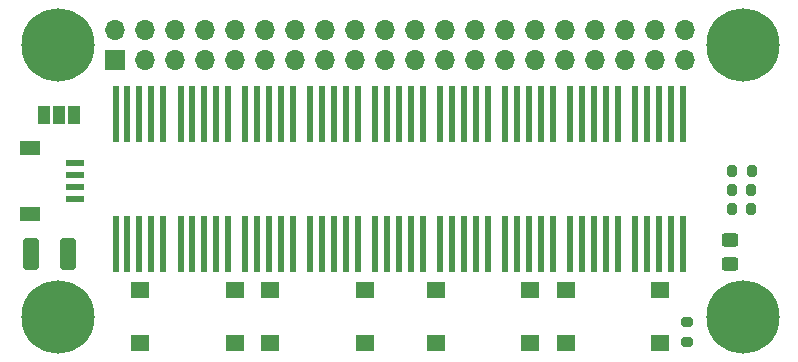
<source format=gts>
G04 #@! TF.GenerationSoftware,KiCad,Pcbnew,7.0.8*
G04 #@! TF.CreationDate,2023-11-03T14:19:20+02:00*
G04 #@! TF.ProjectId,TinyNumberHat,54696e79-4e75-46d6-9265-724861742e6b,rev?*
G04 #@! TF.SameCoordinates,Original*
G04 #@! TF.FileFunction,Soldermask,Top*
G04 #@! TF.FilePolarity,Negative*
%FSLAX46Y46*%
G04 Gerber Fmt 4.6, Leading zero omitted, Abs format (unit mm)*
G04 Created by KiCad (PCBNEW 7.0.8) date 2023-11-03 14:19:20*
%MOMM*%
%LPD*%
G01*
G04 APERTURE LIST*
G04 Aperture macros list*
%AMRoundRect*
0 Rectangle with rounded corners*
0 $1 Rounding radius*
0 $2 $3 $4 $5 $6 $7 $8 $9 X,Y pos of 4 corners*
0 Add a 4 corners polygon primitive as box body*
4,1,4,$2,$3,$4,$5,$6,$7,$8,$9,$2,$3,0*
0 Add four circle primitives for the rounded corners*
1,1,$1+$1,$2,$3*
1,1,$1+$1,$4,$5*
1,1,$1+$1,$6,$7*
1,1,$1+$1,$8,$9*
0 Add four rect primitives between the rounded corners*
20,1,$1+$1,$2,$3,$4,$5,0*
20,1,$1+$1,$4,$5,$6,$7,0*
20,1,$1+$1,$6,$7,$8,$9,0*
20,1,$1+$1,$8,$9,$2,$3,0*%
G04 Aperture macros list end*
%ADD10R,0.500000X4.750000*%
%ADD11R,1.600000X1.400000*%
%ADD12RoundRect,0.200000X0.275000X-0.200000X0.275000X0.200000X-0.275000X0.200000X-0.275000X-0.200000X0*%
%ADD13R,1.550000X0.600000*%
%ADD14R,1.800000X1.200000*%
%ADD15RoundRect,0.200000X0.200000X0.275000X-0.200000X0.275000X-0.200000X-0.275000X0.200000X-0.275000X0*%
%ADD16RoundRect,0.200000X-0.200000X-0.275000X0.200000X-0.275000X0.200000X0.275000X-0.200000X0.275000X0*%
%ADD17C,6.200000*%
%ADD18RoundRect,0.250000X-0.412500X-1.100000X0.412500X-1.100000X0.412500X1.100000X-0.412500X1.100000X0*%
%ADD19RoundRect,0.250000X0.450000X-0.325000X0.450000X0.325000X-0.450000X0.325000X-0.450000X-0.325000X0*%
%ADD20R,1.000000X1.500000*%
%ADD21R,1.700000X1.700000*%
%ADD22O,1.700000X1.700000*%
G04 APERTURE END LIST*
D10*
X113900000Y-90300000D03*
X114900000Y-90300000D03*
X115900000Y-90300000D03*
X116900000Y-90300000D03*
X117900000Y-90300000D03*
X117900000Y-79300000D03*
X116900000Y-79300000D03*
X115900000Y-79300000D03*
X114900000Y-79300000D03*
X113900000Y-79300000D03*
D11*
X146500000Y-94200000D03*
X154500000Y-94200000D03*
X146500000Y-98700000D03*
X154500000Y-98700000D03*
X135500000Y-94200000D03*
X143500000Y-94200000D03*
X135500000Y-98700000D03*
X143500000Y-98700000D03*
D10*
X135900000Y-90300000D03*
X136900000Y-90300000D03*
X137900000Y-90300000D03*
X138900000Y-90300000D03*
X139900000Y-90300000D03*
X139900000Y-79300000D03*
X138900000Y-79300000D03*
X137900000Y-79300000D03*
X136900000Y-79300000D03*
X135900000Y-79300000D03*
X119400000Y-90300000D03*
X120400000Y-90300000D03*
X121400000Y-90300000D03*
X122400000Y-90300000D03*
X123400000Y-90300000D03*
X123400000Y-79300000D03*
X122400000Y-79300000D03*
X121400000Y-79300000D03*
X120400000Y-79300000D03*
X119400000Y-79300000D03*
D12*
X156800000Y-98625000D03*
X156800000Y-96975000D03*
D13*
X105000000Y-83500000D03*
X105000000Y-84500000D03*
X105000000Y-85500000D03*
X105000000Y-86500000D03*
D14*
X101125000Y-82200000D03*
X101125000Y-87800000D03*
D15*
X162225000Y-85800000D03*
X160575000Y-85800000D03*
X162250000Y-84200000D03*
X160600000Y-84200000D03*
D11*
X110500000Y-94200000D03*
X118500000Y-94200000D03*
X110500000Y-98700000D03*
X118500000Y-98700000D03*
X121500000Y-94200000D03*
X129500000Y-94200000D03*
X121500000Y-98700000D03*
X129500000Y-98700000D03*
D10*
X108400000Y-90300000D03*
X109400000Y-90300000D03*
X110400000Y-90300000D03*
X111400000Y-90300000D03*
X112400000Y-90300000D03*
X112400000Y-79300000D03*
X111400000Y-79300000D03*
X110400000Y-79300000D03*
X109400000Y-79300000D03*
X108400000Y-79300000D03*
D16*
X160550000Y-87400000D03*
X162200000Y-87400000D03*
D10*
X130400000Y-90300000D03*
X131400000Y-90300000D03*
X132400000Y-90300000D03*
X133400000Y-90300000D03*
X134400000Y-90300000D03*
X134400000Y-79300000D03*
X133400000Y-79300000D03*
X132400000Y-79300000D03*
X131400000Y-79300000D03*
X130400000Y-79300000D03*
X152400000Y-90300000D03*
X153400000Y-90300000D03*
X154400000Y-90300000D03*
X155400000Y-90300000D03*
X156400000Y-90300000D03*
X156400000Y-79300000D03*
X155400000Y-79300000D03*
X154400000Y-79300000D03*
X153400000Y-79300000D03*
X152400000Y-79300000D03*
D17*
X161500000Y-96500000D03*
X103500000Y-73500000D03*
D18*
X101237500Y-91200000D03*
X104362500Y-91200000D03*
D17*
X103500000Y-96500000D03*
D10*
X124900000Y-90300000D03*
X125900000Y-90300000D03*
X126900000Y-90300000D03*
X127900000Y-90300000D03*
X128900000Y-90300000D03*
X128900000Y-79300000D03*
X127900000Y-79300000D03*
X126900000Y-79300000D03*
X125900000Y-79300000D03*
X124900000Y-79300000D03*
D19*
X160400000Y-92025000D03*
X160400000Y-89975000D03*
D20*
X102300000Y-79400000D03*
X103600000Y-79400000D03*
X104900000Y-79400000D03*
D10*
X141400000Y-90300000D03*
X142400000Y-90300000D03*
X143400000Y-90300000D03*
X144400000Y-90300000D03*
X145400000Y-90300000D03*
X145400000Y-79300000D03*
X144400000Y-79300000D03*
X143400000Y-79300000D03*
X142400000Y-79300000D03*
X141400000Y-79300000D03*
D17*
X161500000Y-73500000D03*
D10*
X146900000Y-90300000D03*
X147900000Y-90300000D03*
X148900000Y-90300000D03*
X149900000Y-90300000D03*
X150900000Y-90300000D03*
X150900000Y-79300000D03*
X149900000Y-79300000D03*
X148900000Y-79300000D03*
X147900000Y-79300000D03*
X146900000Y-79300000D03*
D21*
X108370000Y-74770000D03*
D22*
X108370000Y-72230000D03*
X110910000Y-74770000D03*
X110910000Y-72230000D03*
X113450000Y-74770000D03*
X113450000Y-72230000D03*
X115990000Y-74770000D03*
X115990000Y-72230000D03*
X118530000Y-74770000D03*
X118530000Y-72230000D03*
X121070000Y-74770000D03*
X121070000Y-72230000D03*
X123610000Y-74770000D03*
X123610000Y-72230000D03*
X126150000Y-74770000D03*
X126150000Y-72230000D03*
X128690000Y-74770000D03*
X128690000Y-72230000D03*
X131230000Y-74770000D03*
X131230000Y-72230000D03*
X133770000Y-74770000D03*
X133770000Y-72230000D03*
X136310000Y-74770000D03*
X136310000Y-72230000D03*
X138850000Y-74770000D03*
X138850000Y-72230000D03*
X141390000Y-74770000D03*
X141390000Y-72230000D03*
X143930000Y-74770000D03*
X143930000Y-72230000D03*
X146470000Y-74770000D03*
X146470000Y-72230000D03*
X149010000Y-74770000D03*
X149010000Y-72230000D03*
X151550000Y-74770000D03*
X151550000Y-72230000D03*
X154090000Y-74770000D03*
X154090000Y-72230000D03*
X156630000Y-74770000D03*
X156630000Y-72230000D03*
M02*

</source>
